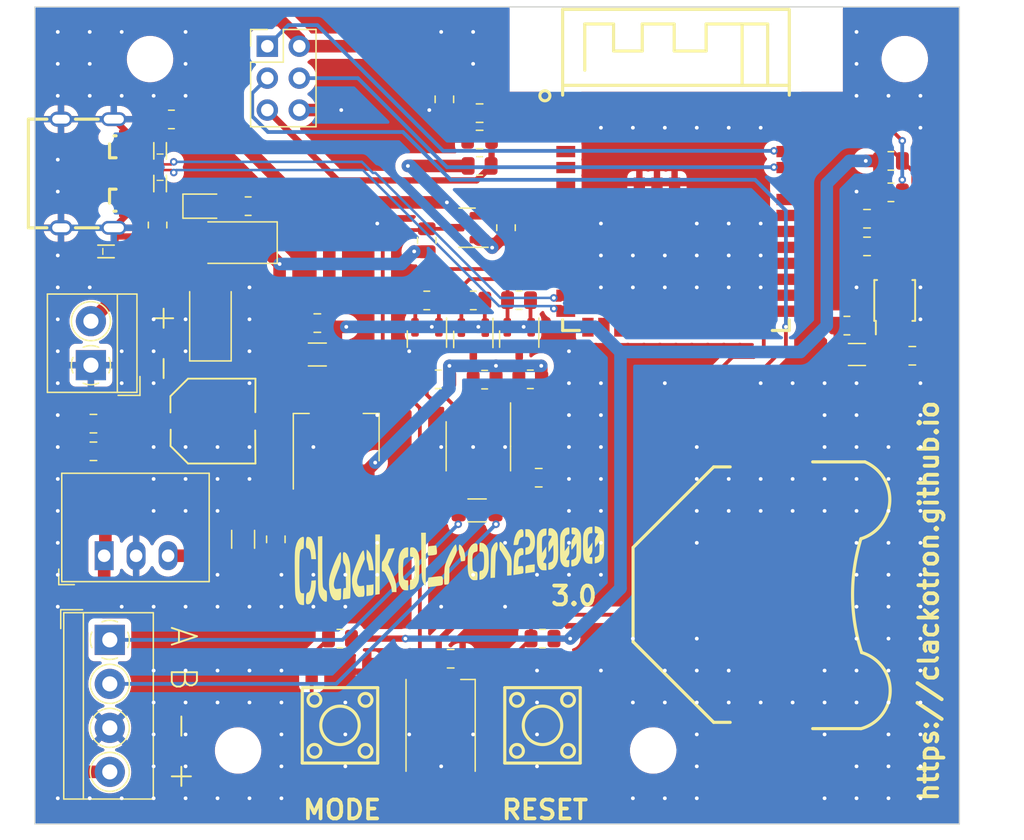
<source format=kicad_pcb>
(kicad_pcb (version 20221018) (generator pcbnew)
  (layers (0 "F.Cu" signal) (31 "B.Cu" signal) (34 "B.Paste" user) (35 "F.Paste" user) (36 "B.SilkS" user "B.Silkscreen") (37 "F.SilkS" user "F.Silkscreen") (38 "B.Mask" user) (39 "F.Mask" user) (44 "Edge.Cuts" user))
  (property "hw_version" "3.0")
  (property "url" "https://clackotron.github.io")
  (net 0 "")
  (net 1 "+5V")
  (net 2 "GND")
  (net 3 "EN")
  (net 4 "+3V3")
  (net 5 "Net-(BT1-+)")
  (net 7 "LED_Data_5V")
  (net 8 "D-")
  (net 9 "Net-(D4-A)")
  (net 10 "D+")
  (net 11 "Net-(USBC1-CC2)")
  (net 12 "SDA")
  (net 13 "DataRX")
  (net 14 "TXD0")
  (net 15 "RXD0")
  (net 16 "DataRX_5V")
  (net 17 "DataEN")
  (net 18 "DataEN_5V")
  (net 19 "Net-(USBC1-CC1)")
  (net 20 "DataTX")
  (net 21 "DataTX_5V")
  (net 22 "LED_Data")
  (net 23 "Button2")
  (net 24 "Button1")
  (net 25 "RS485_A")
  (net 26 "RS485_B")
  (net 27 "+VDC")
  (net 30 "Net-(D6-A)")
  (net 31 "Net-(U1-OSCI)")
  (net 32 "Net-(R1-Pad2)")
  (net 33 "Net-(U1-OSCO)")
  (net 59 "VBUS")
  (net 60 "SCL")
  (footprint "Capacitor_SMD:C_0805_2012Metric" (layer "F.Cu") (at 115.1 101 180)
    (fp_text reference "C9" hide)
    (fp_text value "1uF")
  )
  (footprint "Resistor_SMD:R_0805_2012Metric" (layer "F.Cu") (at 147.9 85.4125 90)
    (fp_text reference "R14" hide)
    (fp_text value "2k2")
  )
  (footprint "LED_SMD:LED_0805_2012Metric" (layer "F.Cu") (at 123.9 83.7)
    (fp_text reference "D6" hide)
    (fp_text value "LED")
  )
  (footprint "clackotron_fp:KEY-SMD_4P-L6.0-W6.0-P4.50-LS9.5-BL" (layer "F.Cu") (at 134.7 125)
    (fp_text reference "SW1" hide)
    (fp_text value "K2-1102SP-C4SC-04")
  )
  (footprint "Resistor_SMD:R_0805_2012Metric" (layer "F.Cu") (at 178.5 80.1)
    (fp_text reference "R4" hide)
    (fp_text value "10k")
  )
  (footprint "Resistor_SMD:R_0805_2012Metric" (layer "F.Cu") (at 146.2 97.5 180)
    (fp_text reference "R16" hide)
    (fp_text value "10k")
  )
  (footprint "Package_SO:TSSOP-8_3x3mm_P0.65mm" (layer "F.Cu") (at 178.8 91.2 90)
    (fp_text reference "U1" hide)
    (fp_text value "PCF85263ATT")
  )
  (footprint "Connector_PinHeader_2.54mm:PinHeader_2x03_P2.54mm_Vertical" (layer "F.Cu") (at 128.925 70.975)
    (fp_text reference "J1" hide)
    (fp_text value "Conn_ESP_Prog")
  )
  (footprint "Resistor_SMD:R_0805_2012Metric" (layer "F.Cu") (at 127.4 83.7 180)
    (fp_text reference "R9" hide)
    (fp_text value "1k1")
  )
  (footprint "Package_TO_SOT_SMD:SOT-23" (layer "F.Cu") (at 144.8 85.4125 180)
    (fp_text reference "Q4" hide)
    (fp_text value "BSN20")
  )
  (footprint "JLCPCB:BAT-SMD_MYOUNG_MY-2032-04" (layer "F.Cu") (at 169 114.6 -90)
    (fp_text reference "BT1" hide)
    (fp_text value "Battery_Cell")
  )
  (footprint "TerminalBlock_4Ucon:TerminalBlock_4Ucon_1x04_P3.50mm_Horizontal" (layer "F.Cu") (at 116.4 118.2 -90)
    (fp_text reference "J3" hide)
    (fp_text value "Output")
  )
  (footprint "Resistor_SMD:R_0805_2012Metric" (layer "F.Cu") (at 134.7 118.1 180)
    (fp_text reference "R7" hide)
    (fp_text value "10k")
  )
  (footprint "clackotron_fp:SOD-523_L1.2-W0.8-LS1.6-BI" (layer "F.Cu") (at 120.4 79.3 -90)
    (fp_text reference "D2" hide)
    (fp_text value "LESD5D5.0CT1G")
  )
  (footprint "Capacitor_SMD:C_0805_2012Metric" (layer "F.Cu") (at 145.8 78.4 180)
    (fp_text reference "C3" hide)
    (fp_text value "100nF")
  )
  (footprint "JLCPCB:CAP-SMD_BD6.3-L6.6-W6.6-LS7.2-FD" (layer "F.Cu") (at 124.6 100.8)
    (fp_text reference "C8" hide)
    (fp_text value "47uF/35V")
  )
  (footprint "Resistor_SMD:R_0805_2012Metric" (layer "F.Cu") (at 175 93.2 180)
    (fp_text reference "R1" hide)
    (fp_text value "10k")
  )
  (footprint "Resistor_SMD:R_0805_2012Metric" (layer "F.Cu") (at 141.6 86.4125 90)
    (fp_text reference "R18" hide)
    (fp_text value "10k")
  )
  (footprint "Resistor_SMD:R_0805_2012Metric" (layer "F.Cu") (at 141.6 91.2 180)
    (fp_text reference "R13" hide)
    (fp_text value "2k2")
  )
  (footprint "Resistor_SMD:R_0805_2012Metric" (layer "F.Cu") (at 145.8 80.5)
    (fp_text reference "R2" hide)
    (fp_text value "10k")
  )
  (footprint "Resistor_SMD:R_0805_2012Metric" (layer "F.Cu") (at 120.2 85.2 90)
    (fp_text reference "R5" hide)
    (fp_text value "5.1k")
  )
  (footprint "Capacitor_SMD:C_0805_2012Metric" (layer "F.Cu") (at 150.5 105.3)
    (fp_text reference "C12" hide)
    (fp_text value "100nF")
  )
  (footprint "Capacitor_SMD:C_0805_2012Metric" (layer "F.Cu") (at 143 75.2 -90)
    (fp_text reference "C5" hide)
    (fp_text value "1uF")
  )
  (footprint "Capacitor_SMD:C_0805_2012Metric" (layer "F.Cu") (at 115.1 103.2 180)
    (fp_text reference "C10" hide)
    (fp_text value "100nF")
  )
  (footprint "Package_TO_SOT_SMD:SOT-223-3_TabPin2" (layer "F.Cu") (at 134.4 102.1 90)
    (fp_text reference "U5" hide)
    (fp_text value "AMS1117-3.3")
  )
  (footprint "Package_SO:SOIC-8_3.9x4.9mm_P1.27mm" (layer "F.Cu") (at 145.7 102.8 -90)
    (fp_text reference "U3" hide)
    (fp_text value "SP3485EN")
  )
  (footprint "Resistor_SMD:R_0805_2012Metric" (layer "F.Cu") (at 150.8 118.1 180)
    (fp_text reference "R10" hide)
    (fp_text value "10k")
  )
  (footprint "Package_TO_SOT_SMD:SOT-23" (layer "F.Cu") (at 148.95 94.275 -90)
    (fp_text reference "Q1" hide)
    (fp_text value "BSN20")
  )
  (footprint "MountingHole:MountingHole_3.2mm_M3" (layer "F.Cu") (at 119.6 72)
    (fp_text reference "REF**" hide)
    (fp_text value "MountingHole_3.2mm_M3")
  )
  (footprint "Resistor_SMD:R_0805_2012Metric" (layer "F.Cu") (at 145.3 91.2 180)
    (fp_text reference "R12" hide)
    (fp_text value "2k2")
  )
  (footprint "Capacitor_SMD:C_0805_2012Metric" (layer "F.Cu") (at 180.2 95.6)
    (fp_text reference "C6" hide)
    (fp_text value "100nF")
  )
  (footprint "clackotron_fp:KEY-SMD_4P-L6.0-W6.0-P4.50-LS9.5-BL" (layer "F.Cu") (at 150.8 125)
    (fp_text reference "SW2" hide)
    (fp_text value "K2-1102SP-C4SC-04")
  )
  (footprint "clackotron_fp:WIRELM-SMD_ESP32-S3-WROOM-1" (layer "F.Cu") (at 161.4 84.4375)
    (fp_text reference "U2" hide)
    (fp_text value "ESP32-S3-WROOM-1(N8R2)")
  )
  (footprint "Resistor_SMD:R_1206_3216Metric" (layer "F.Cu") (at 145.6 107.9)
    (fp_text reference "R8" hide)
    (fp_text value "220R")
  )
  (footprint "Resistor_SMD:R_0805_2012Metric" (layer "F.Cu") (at 148.933 91.175 180)
    (fp_text reference "R11" hide)
    (fp_text value "2k2")
  )
  (footprint "clackotron_fp:SOD-523_L1.2-W0.8-LS1.6-BI" (layer "F.Cu") (at 116.1 87.3 180)
    (fp_text reference "D5" hide)
    (fp_text value "LESD5D5.0CT1G")
  )
  (footprint "Capacitor_SMD:C_0805_2012Metric" (layer "F.Cu") (at 132.9 93 180)
    (fp_text reference "C15" hide)
    (fp_text value "100nF")
  )
  (footprint "Crystal:Crystal_SMD_3215-2Pin_3.2x1.5mm" (layer "F.Cu") (at 175.8 95.5 180)
    (fp_text reference "Y1" hide)
    (fp_text value "Crystal")
  )
  (footprint "Capacitor_SMD:C_0805_2012Metric" (layer "F.Cu") (at 129.6 110.2 90)
    (fp_text reference "C13" hide)
    (fp_text value "100nF")
  )
  (footprint "Resistor_SMD:R_0805_2012Metric" (layer "F.Cu") (at 121.3 76.8)
    (fp_text reference "R6" hide)
    (fp_text value "5.1k")
  )
  (footprint "clackotron_fp:cltname" (layer "F.Cu") (at 143.4 112.2)
    (fp_text reference "G***" hide)
    (fp_text value "LOGO" hide)
  )
  (footprint "MountingHole:MountingHole_3.2mm_M3" (layer "F.Cu") (at 179.6 72)
    (fp_text reference "REF**" hide)
    (fp_text value "MountingHole_3.2mm_M3")
  )
  (footprint "Diode_SMD:D_SMA" (layer "F.Cu") (at 126.2 86.6 180)
    (fp_text reference "D7" hide)
    (fp_text value "1N4007")
  )
  (footprint "LED_SMD:LED_WS2812B_PLCC4_5.0x5.0mm_P3.2mm" (layer "F.Cu") (at 142.7 125 90)
    (fp_text reference "D1" hide)
    (fp_text value "WS2812B")
  )
  (footprint "Converter_DCDC:Converter_DCDC_RECOM_R-78E-0.5_THT" (layer "F.Cu") (at 115.953 111.5075)
    (fp_text reference "U4" hide)
    (fp_text value "R-78B5.0-1.0")
  )
  (footprint "Capacitor_SMD:C_1206_3216Metric" (layer "F.Cu") (at 132.9 95.5 180)
    (fp_text reference "C14" hide)
    (fp_text value "22uF")
  )
  (footprint "MountingHole:MountingHole_3.2mm_M3" (layer "F.Cu") (at 126.6 127)
    (fp_text reference "REF**" hide)
    (fp_text value "MountingHole_3.2mm_M3")
  )
  (footprint "clackotron_fp:SOD-523_L1.2-W0.8-LS1.6-BI" (layer "F.Cu") (at 120.4 81.9 90)
    (fp_text reference "D3" hide)
    (fp_text value "LESD5D5.0CT1G")
  )
  (footprint "Capacitor_SMD:C_0805_2012Metric" (layer "F.Cu") (at 176.6 86.9 180)
    (fp_text reference "C4" hide)
    (fp_text value "100nF")
  )
  (footprint "Package_TO_SOT_SMD:SOT-23" (layer "F.Cu") (at 141.6125 94.275 -90)
    (fp_text reference "Q3" hide)
    (fp_text value "BSN20")
  )
  (footprint "clackotron_fp:USB-C-SMD_TYPE-C-USB-17" (layer "F.Cu") (at 115.15 81.1 -90)
    (fp_text reference "USBC1" hide)
    (fp_text value "USB3.1C16PFSMT")
  )
  (footprint "Resistor_SMD:R_0805_2012Metric" (layer "F.Cu") (at 149.833 97.475 180)
    (fp_text reference "R15" hide)
    (fp_text value "10k")
  )
  (footprint "Resistor_SMD:R_0805_2012Metric" (layer "F.Cu") (at 142.5125 97.475 180)
    (fp_text reference "R17" hide)
    (fp_text value "10k")
  )
  (footprint "Capacitor_SMD:C_0805_2012Metric" (layer "F.Cu") (at 145.8 76.3 180)
    (fp_text reference "C1" hide)
    (fp_text value "100nF")
  )
  (footprint "Capacitor_SMD:C_1206_3216Metric" (layer "F.Cu") (at 127 110.2 90)
    (fp_text reference "C11" hide)
    (fp_text value "22uF")
  )
  (footprint "MountingHole:MountingHole_3.2mm_M3" (layer "F.Cu") (at 159.6 127)
    (fp_text reference "REF**" hide)
    (fp_text value "MountingHole_3.2mm_M3")
  )
  (footprint "TerminalBlock_4Ucon:TerminalBlock_4Ucon_1x02_P3.50mm_Horizontal" (layer "F.Cu") (at 114.9 96.35 90)
    (fp_text reference "J2" hide)
    (fp_text value "Power")
  )
  (footprint "Capacitor_SMD:C_0805_2012Metric" (layer "F.Cu") (at 143.5 119.7)
    (fp_text reference "C7" hide)
    (fp_text value "100nF")
  )
  (footprint "Diode_SMD:D_SMA" (layer "F.Cu") (at 124.4 92.5 90)
    (fp_text reference "D4" hide)
    (fp_text value "1N4007")
  )
  (footprint "Package_TO_SOT_SMD:SOT-23" (layer "F.Cu") (at 145.3 94.3 -90)
    (fp_text reference "Q2" hide)
    (fp_text value "BSN20")
  )
  (footprint "Capacitor_SMD:C_0805_2012Metric" (layer "F.Cu") (at 176.6 84.7 180)
    (fp_text reference "C2" hide)
    (fp_text value "1uF")
  )
  (footprint "Resistor_SMD:R_0805_2012Metric" (layer "F.Cu") (at 178.5 82.6)
    (fp_text reference "R3" hide)
    (fp_text value "10k")
  )
  (gr_rect (start 110.444495 67.85) (end 183.944495 132.85) (stroke (width 0.1)) (fill none) (layer "Edge.Cuts"))
  (gr_text "${url}" (at 181.5 115.1 90) (layer "F.SilkS") (effects (font (size 1.5 1.5) (thickness 0.3))))
  (gr_text "A B - +" (at 122.245 123.675 -90) (layer "F.SilkS") (effects (font (size 2 2))))
  (gr_text "MODE" (at 131.6 132.6) (layer "F.SilkS") (effects (font (size 1.5 1.5) (thickness 0.3) bold) (justify left bottom)))
  (gr_text "${hw_version}" (at 153.3 114.7) (layer "F.SilkS") (effects (font (size 1.5 1.5) (thickness 0.3))))
  (gr_text "- +" (at 120.523 94.615 90) (layer "F.SilkS") (effects (font (size 2 2))))
  (gr_text "RESET" (at 147.4 132.6) (layer "F.SilkS") (effects (font (size 1.5 1.5) (thickness 0.3) bold) (justify left bottom)))
  (segment (start 143.4 96.4) (end 143.4 97.45) (width 1) (layer "F.Cu") (net 1))
  (segment (start 136.7 105.25) (end 136.7 104.9) (width 1) (layer "F.Cu") (net 1))
  (segment (start 129.6 111.15) (end 132.8 111.15) (width 1) (layer "F.Cu") (net 1))
  (segment (start 147.1 96.4) (end 147.1 97.4875) (width 1) (layer "F.Cu") (net 1))
  (segment (start 126.8325 111.5075) (end 127 111.675) (width 1) (layer "F.Cu") (net 1))
  (segment (start 129.9 88.3) (end 129.9 106.5) (width 1) (layer "F.Cu") (net 1))
  (segment (start 129.9 106.5) (end 133.675 110.275) (width 1) (layer "F.Cu") (net 1))
  (segment (start 129.075 111.675) (end 129.6 111.15) (width 1) (layer "F.Cu") (net 1))
  (segment (start 149.55 111.25) (end 149.55 105.3) (width 0.5) (layer "F.Cu") (net 1))
  (segment (start 136.7 104.9) (end 137.5 104.1) (width 1) (layer "F.Cu") (net 1))
  (segment (start 149.7 100.4) (end 150.8 99.3) (width 0.5) (layer "F.Cu") (net 1))
  (segment (start 133.675 110.275) (end 136.7 107.25) (width 1) (layer "F.Cu") (net 1))
  (segment (start 142.55 125.95) (end 142.55 119.7) (width 0.3) (layer "F.Cu") (net 1))
  (segment (start 150.8 97.5295) (end 150.7455 97.475) (width 0.5) (layer "F.Cu") (net 1))
  (segment (start 149.55 105.3) (end 149.7 105.15) (width 0.5) (layer "F.Cu") (net 1))
  (segment (start 136.7 107.25) (end 136.7 105.25) (width 1) (layer "F.Cu") (net 1))
  (segment (start 132.8 111.15) (end 133.675 110.275) (width 1) (layer "F.Cu") (net 1))
  (segment (start 127 111.675) (end 129.075 111.675) (width 1) (layer "F.Cu") (net 1))
  (segment (start 128.2 86.6) (end 128.2 83.8125) (width 1) (layer "F.Cu") (net 1))
  (segment (start 121.033 111.5075) (end 126.8325 111.5075) (width 1) (layer "F.Cu") (net 1))
  (segment (start 150.8 99.3) (end 150.8 97.5295) (width 0.5) (layer "F.Cu") (net 1))
  (segment (start 141.05 127.45) (end 142.55 125.95) (width 0.3) (layer "F.Cu") (net 1))
  (segment (start 147.1 97.4875) (end 147.1125 97.5) (width 1) (layer "F.Cu") (net 1))
  (segment (start 128.2 83.8125) (end 128.3125 83.7) (width 1) (layer "F.Cu") (net 1))
  (segment (start 150.7 96.4) (end 150.7 97.4295) (width 1) (layer "F.Cu") (net 1))
  (segment (start 149.7 105.15) (end 149.7 100.4) (width 0.5) (layer "F.Cu") (net 1))
  (segment (start 142.55 118.25) (end 149.55 111.25) (width 0.5) (layer "F.Cu") (net 1))
  (segment (start 143.4 97.45) (end 143.425 97.475) (width 1) (layer "F.Cu") (net 1))
  (segment (start 141.6 87.325) (end 140.625 87.325) (width 1) (layer "F.Cu") (net 1))
  (segment (start 150.7 97.4295) (end 150.7455 97.475) (width 1) (layer "F.Cu") (net 1))
  (segment (start 149.525 105.275) (end 149.55 105.3) (width 0.5) (layer "F.Cu") (net 1))
  (segment (start 142.55 119.7) (end 142.55 118.25) (width 0.5) (layer "F.Cu") (net 1))
  (segment (start 128.2 86.6) (end 129.9 88.3) (width 1) (layer "F.Cu") (net 1))
  (segment (start 147.605 105.275) (end 149.525 105.275) (width 0.5) (layer "F.Cu") (net 1))
  (segment (start 140.625 87.325) (end 140.6 87.3) (width 1) (layer "F.Cu") (net 1))
  (via (at 129.9 88.3) (size 0.6) (drill 0.3) (layers "F.Cu" "B.Cu") (net 1))
  (via (at 140.6 87.3) (size 0.6) (drill 0.3) (layers "F.Cu" "B.Cu") (net 1))
  (via (at 147.1 96.4) (size 0.6) (drill 0.3) (layers "F.Cu" "B.Cu") (net 1))
  (via (at 137.5 104.1) (size 0.6) (drill 0.3) (layers "F.Cu" "B.Cu") (net 1))
  (via (at 150.7 96.4) (size 0.6) (drill 0.3) (layers "F.Cu" "B.Cu") (net 1))
  (via (at 143.4 96.4) (size 0.6) (drill 0.3) (layers "F.Cu" "B.Cu") (net 1))
  (segment (start 140.6 87.3) (end 139.6 88.3) (width 1) (layer "B.Cu") (net 1))
  (segment (start 143.4 96.4) (end 147.1 96.4) (width 1) (layer "B.Cu") (net 1))
  (segment (start 147.1 96.4) (end 150.7 96.4) (width 1) (layer "B.Cu") (net 1))
  (segment (start 137.5 104.1) (end 143.4 98.2) (width 1) (layer "B.Cu") (net 1))
  (segment (start 143.4 98.2) (end 143.4 96.4) (width 1) (layer "B.Cu") (net 1))
  (segment (start 139.6 88.3) (end 129.9 88.3) (width 1) (layer "B.Cu") (net 1))
  (segment (start 136.95 120.73) (end 136.95 129.27) (width 0.3) (layer "F.Cu") (net 2))
  (segment (start 131.465 76.055) (end 142.905 76.055) (width 1) (layer "F.Cu") (net 2))
  (segment (start 144.7 76.15) (end 144.85 76.3) (width 1) (layer "F.Cu") (net 2))
  (segment (start 143 76.15) (end 144.7 76.15) (width 1) (layer "F.Cu") (net 2))
  (segment (start 116.85 86.2) (end 116.85 85.55) (width 0.5) (layer "F.Cu") (net 2))
  (segment (start 144.85 76.3) (end 144.85 78.4) (width 1) (layer "F.Cu") (net 2))
  (segment (start 152.65 75.5475) (end 155.5 75.5475) (width 1) (layer "F.Cu") (net 2))
  (segment (start 117.78 77.84) (end 116.72 76.78) (width 0.5) (layer "F.Cu") (net 2))
  (segment (start 144.45 119.7) (end 144.45 122.45) (width 0.3) (layer "F.Cu") (net 2))
  (segment (start 153.05 129.27) (end 153.05 120.73) (width 0.3) (layer "F.Cu") (net 2))
  (segment (start 120.2 86.1125) (end 116.9375 86.1125) (width 0.5) (layer "F.Cu") (net 2))
  (segment (start 168.2 75.5475) (end 170.15 75.5475) (width 1) (layer "F.Cu") (net 2))
  (segment (start 155.5 75.5475) (end 168.2 75.5475) (width 1) (layer "F.Cu") (net 2))
  (segment (start 117.78 84.3) (end 117.78 84.36) (width 0.5) (layer "F.Cu") (net 2))
  (segment (start 116.85 85.55) (end 116.72 85.42) (width 0.5) (layer "F.Cu") (net 2))
  (segment (start 116.9375 86.1125) (end 116.85 86.2) (width 0.5) (layer "F.Cu") (net 2))
  (segment (start 142.905 76.055) (end 143 76.15) (width 1) (layer "F.Cu") (net 2))
  (segment (start 112.52 76.78) (end 116.72 76.78) (width 0.5) (layer "F.Cu") (net 2))
  (segment (start 116.85 87.3) (end 116.85 86.2) (width 0.5) (layer "F.Cu") (net 2))
  (segment (start 144.45 122.45) (end 144.35 122.55) (width 0.3) (layer "F.Cu") (net 2))
  (segment (start 117.78 84.36) (end 116.72 85.42) (width 0.5) (layer "F.Cu") (net 2))
  (segment (start 117.78 77.9) (end 117.78 77.84) (width 0.5) (layer "F.Cu") (net 2))
  (via (at 163.065 118.1) (size 0.6) (drill 0.3) (layers "F.Cu" "B.Cu") (net 2))
  (via (at 117.345 69.84) (size 0.6) (drill 0.3) (layers "F.Cu" "B.Cu") (net 2))
  (via (at 175.765 118.1) (size 0.6) (drill 0.3) (layers "F.Cu" "B.Cu") (net 2))
  (via (at 130.045 120.64) (size 0.6) (drill 0.3) (layers "F.Cu" "B.Cu") (net 2))
  (via (at 114.805 90.16) (size 0.6) (drill 0.3) (layers "F.Cu" "B.Cu") (net 2))
  (via (at 168.145 123.18) (size 0.6) (drill 0.3) (layers "F.Cu" "B.Cu") (net 2))
  (via (at 150.365 120.64) (size 0.6) (drill 0.3) (layers "F.Cu" "B.Cu") (net 2))
  (via (at 122.425 105.4) (size 0.6) (drill 0.3) (layers "F.Cu" "B.Cu") (net 2))
  (via (at 130.045 125.72) (size 0.6) (drill 0.3) (layers "F.Cu" "B.Cu") (net 2))
  (via (at 112.265 87.62) (size 0.6) (drill 0.3) (layers "F.Cu" "B.Cu") (net 2))
  (via (at 124.965 115.56) (size 0.6) (drill 0.3) (layers "F.Cu" "B.Cu") (net 2))
  (via (at 122.425 74.92) (size 0.6) (drill 0.3) (layers "F.Cu" "B.Cu") (net 2))
  (via (at 135.125 128.26) (size 0.6) (drill 0.3) (layers "F.Cu" "B.Cu") (net 2))
  (via (at 150.365 128.26) (size 0.6) (drill 0.3) (layers "F.Cu" "B.Cu") (net 2))
  (via (at 124.965 113.02) (size 0.6) (drill 0.3) (layers "F.Cu" "B.Cu") (net 2))
  (via (at 124.965 105.4) (size 0.6) (drill 0.3) (layers "F.Cu" "B.Cu") (net 2))
  (via (at 145.285 125.72) (size 0.6) (drill 0.3) (layers "F.Cu" "B.Cu") (net 2))
  (via (at 119.885 128.26) (size 0.6) (drill 0.3) (layers "F.Cu" "B.Cu") (net 2))
  (via (at 180.845 74.92) (size 0.6) (drill 0.3) (layers "F.Cu" "B.Cu") (net 2))
  (via (at 150.365 125.72) (size 0.6) (drill 0.3) (layers "F.Cu" "B.Cu") (net 2))
  (via (at 173.225 100.32) (size 0.6) (drill 0.3) (layers "F.Cu" "B.Cu") (net 2))
  (via (at 112.265 74.92) (size 0.6) (drill 0.3) (layers "F.Cu" "B.Cu") (net 2))
  (via (at 155.445 120.64) (size 0.6) (drill 0.3) (layers "F.Cu" "B.Cu") (net 2))
  (via (at 157.985 90.16) (size 0.6) (drill 0.3) (layers "F.Cu" "B.Cu") (net 2))
  (via (at 163.065 120.64) (size 0.6) (drill 0.3) (layers "F.Cu" "B.Cu") (net 2))
  (via (at 132.585 102.86) (size 0.6) (drill 0.3) (layers "F.Cu" "B.Cu") (net 2))
  (via (at 130.045 130.8) (size 0.6) (drill 0.3) (layers "F.Cu" "B.Cu") (net 2))
  (via (at 175.765 82.54) (size 0.6) (drill 0.3) (layers "F.Cu" "B.Cu") (net 2))
  (via (at 145.285 69.84) (size 0.6) (drill 0.3) (layers "F.Cu" "B.Cu") (net 2))
  (via (at 163.065 128.26) (size 0.6) (drill 0.3) (layers "F.Cu" "B.Cu") (net 2))
  (via (at 117.345 74.92) (size 0.6) (drill 0.3) (layers "F.Cu" "B.Cu") (net 2))
  (via (at 165.605 87.62) (size 0.6) (drill 0.3) (layers "F.Cu" "B.Cu") (net 2))
  (via (at 155.445 113.02) (size 0.6) (drill 0.3) (layers "F.Cu" "B.Cu") (net 2))
  (via (at 157.985 123.18) (size 0.6) (drill 0.3) (layers "F.Cu" "B.Cu") (net 2))
  (via (at 175.765 120.64) (size 0.6) (drill 0.3) (layers "F.Cu" "B.Cu") (net 2))
  (via (at 112.265 80) (size 0.6) (drill 0.3) (layers "F.Cu" "B.Cu") (net 2))
  (via (at 163.065 125.72) (size 0.6) (drill 0.3) (layers "F.Cu" "B.Cu") (net 2))
  (via (at 127.505 102.86) (size 0.6) (drill 0.3) (layers "F.Cu" "B.Cu") (net 2))
  (via (at 178.305 130.8) (size 0.6) (drill 0.3) (layers "F.Cu" "B.Cu") (net 2))
  (via (at 145.285 72.38) (size 0.6) (drill 0.3) (layers "F.Cu" "B.Cu") (net 2))
  (via (at 180.845 92.7) (size 0.6) (drill 0.3) (layers "F.Cu" "B.Cu") (net 2))
  (via (at 122.425 69.84) (size 0.6) (drill 0.3) (layers "F.Cu" "B.Cu") (net 2))
  (via (at 168.145 90.16) (size 0.6) (drill 0.3) (layers "F.Cu" "B.Cu") (net 2))
  (via (at 122.425 115.56) (size 0.6) (drill 0.3) (layers "F.Cu" "B.Cu") (net 2))
  (via (at 119.885 92.7) (size 0.6) (drill 0.3) (layers "F.Cu" "B.Cu") (net 2))
  (via (at 152.905 97.78) (size 0.6) (drill 0.3) (layers "F.Cu" "B.Cu") (net 2))
  (via (at 112.265 110.48) (size 0.6) (drill 0.3) (layers "F.Cu" "B.Cu") (net 2))
  (via (at 168.145 107.94) (size 0.6) (drill 0.3) (layers "F.Cu" "B.Cu") (net 2))
  (via (at 178.305 113.02) (size 0.6) (drill 0.3) (layers "F.Cu" "B.Cu") (net 2))
  (via (at 178.305 115.56) (size 0.6) (drill 0.3) (layers "F.Cu" "B.Cu") (net 2))
  (via (at 178.305 102.86) (size 0.6) (drill 0.3) (layers "F.Cu" "B.Cu") (net 2))
  (via (at 127.505 90.16) (size 0.6) (drill 0.3) (layers "F.Cu" "B.Cu") (net 2))
  (via (at 175.765 102.86) (size 0.6) (drill 0.3) (layers "F.Cu" "B.Cu") (net 2))
  (via (at 137.665 110.48) (size 0.6) (drill 0.3) (layers "F.Cu" "B.Cu") (net 2))
  (via (at 178.305 125.72) (size 0.6) (drill 0.3) (layers "F.Cu" "B.Cu") (net 2))
  (via (at 122.425 128.26) (size 0.6) (drill 0.3) (layers "F.Cu" "B.Cu") (net 2))
  (via (at 175.765 123.18) (size 0.6) (drill 0.3) (layers "F.Cu" "B.Cu") (net 2))
  (via (at 173.225 130.8) (size 0.6) (drill 0.3) (layers "F.Cu" "B.Cu") (net 2))
  (via (at 155.445 87.62) (size 0.6) (drill 0.3) (layers "F.Cu" "B.Cu") (net 2))
  (via (at 137.665 100.32) (size 0.6) (drill 0.3) (layers "F.Cu" "B.Cu") (net 2))
  (via (at 170.685 105.4) (size 0.6) (drill 0.3) (layers "F.Cu" "B.Cu") (net 2))
  (via (at 132.585 113.02) (size 0.6) (drill 0.3) (layers "F.Cu" "B.Cu") (net 2))
  (via (at 122.425 102.86) (size 0.6) (drill 0.3) (layers "F.Cu" "B.Cu") (net 2))
  (via (at 112.265 102.86) (size 0.6) (drill 0.3) (layers "F.Cu" "B.Cu") (net 2))
  (via (at 163.065 77.46) (size 0.6) (drill 0.3) (layers "F.Cu" "B.Cu") (net 2))
  (via (at 165.605 123.18) (size 0.6) (drill 0.3) (layers "F.Cu" "B.Cu") (net 2))
  (via (at 175.765 90.16) (size 0.6) (drill 0.3) (layers "F.Cu" "B.Cu") (net 2))
  (via (at 163.065 85.08) (size 0.6) (drill 0.3) (layers "F.Cu" "B.Cu") (net 2))
  (via (at 119.885 97.78) (size 0.6) (drill 0.3) (layers "F.Cu" "B.Cu") (net 2))
  (via (at 152.905 107.94) (size 0.6) (drill 0.3) (layers "F.Cu" "B.Cu") (net 2))
  (via (at 163.065 110.48) (size 0.6) (drill 0.3) (layers "F.Cu" "B.Cu") (net 2))
  (via (at 157.985 77.46) (size 0.6) (drill 0.3) (layers "F.Cu" "B.Cu") (net 2))
  (via (at 170.685 107.94) (size 0.6) (drill 0.3) (layers "F.Cu" "B.Cu") (net 2))
  (via (at 152.905 113.02) (size 0.6) (drill 0.3) (layers "F.Cu" "B.Cu") (net 2))
  (via (at 130.045 123.18) (size 0.6) (drill 0.3) (layers "F.Cu" "B.Cu") (net 2))
  (via (at 180.845 90.16) (size 0.6) (drill 0.3) (layers "F.Cu" "B.Cu") (net 2))
  (via (at 112.265 92.7) (size 0.6) (drill 0.3) (layers "F.Cu" "B.Cu") (net 2))
  (via (at 160.525 120.64) (size 0.6) (drill 0.3) (layers "F.Cu" "B.Cu") (net 2))
  (via (at 145.285 102.86) (size 0.6) (drill 0.3) (layers "F.Cu" "B.Cu") (net 2))
  (via (at 124.965 107.94) (size 0.6) (drill 0.3) (layers "F.Cu" "B.Cu") (net 2))
  (via (at 170.685 123.18) (size 0.6) (drill 0.3) (layers "F.Cu" "B.Cu") (net 2))
  (via (at 119.885 107.94) (size 0.6) (drill 0.3) (layers "F.Cu" "B.Cu") (net 2))
  (via (at 142.745 69.84) (size 0.6) (drill 0.3) (layers "F.Cu" "B.Cu") (net 2))
  (via (at 155.445 105.4) (size 0.6) (drill 0.3) (layers "F.Cu" "B.Cu") (net 2))
  (via (at 112.265 97.78) (size 0.6) (drill 0.3) (layers "F.Cu" "B.Cu") (net 2))
  (via (at 155.445 90.16) (size 0.6) (drill 0.3) (layers "F.Cu" "B.Cu") (net 2))
  (via (at 155.445 77.46) (size 0.6) (drill 0.3) (layers "F.Cu" "B.Cu") (net 2))
  (via (at 168.145 87.62) (size 0.6) (drill 0.3) (layers "F.Cu" "B.Cu") (net 2))
  (via (at 147.825 110.48) (size 0.6) (drill 0.3) (layers "F.Cu" "B.Cu") (net 2))
  (via (at 163.065 90.16) (size 0.6) (drill 0.3) (layers "F.Cu" "B.Cu") (net 2))
  (via (at 117.345 115.56) (size 0.6) (drill 0.3) (layers "F.Cu" "B.Cu") (net 2))
  (via (at 124.965 102.86) (size 0.6) (drill 0.3) (layers "F.Cu" "B.Cu") (net 2))
  (via (at 163.065 107.94) (size 0.6) (drill 0.3) (layers "F.Cu" "B.Cu") (net 2))
  (via (at 112.265 82.54) (size 0.6) (drill 0.3) (layers "F.Cu" "B.Cu") (net 2))
  (via (at 127.505 97.78) (size 0.6) (drill 0.3) (layers "F.Cu" "B.Cu") (net 2))
  (via (at 142.745 115.56) (size 0.6) (drill 0.3) (layers "F.Cu" "B.Cu") (net 2))
  (via (at 175.765 105.4) (size 0.6) (drill 0.3) (layers "F.Cu" "B.Cu") (net 2))
  (via (at 180.845 113.02) (size 0.6) (drill 0.3) (layers "F.Cu" "B.Cu") (net 2))
  (via (at 137.665 113.02) (size 0.6) (drill 0.3) (layers "F.Cu" "B.Cu") (net 2))
  (via (at 175.765 97.78) (size 0.6) (drill 0.3) (layers "F.Cu" "B.Cu") (net 2))
  (via (at 173.225 125.72) (size 0.6) (drill 0.3) (layers "F.Cu" "B.Cu") (net 2))
  (via (at 117.345 97.78) (size 0.6) (drill 0.3) (layers "F.Cu" "B.Cu") (net 2))
  (via (at 127.505 105.4) (size 0.6) (drill 0.3) (layers "F.Cu" "B.Cu") (net 2))
  (via (at 122.425 92.7) (size 0.6) (drill 0.3) (layers "F.Cu" "B.Cu") (net 2))
  (via (at 155.445 100.32) (size 0.6) (drill 0.3) (layers "F.Cu" "B.Cu") (net 2))
  (via (at 135.125 113.02) (size 0.6) (drill 0.3) (layers "F.Cu" "B.Cu") (net 2))
  (via (at 180.845 102.86) (size 0.6) (drill 0.3) (layers "F.Cu" "B.Cu") (net 2))
  (via (at 145.285 113.02) (size 0.6) (drill 0.3) (layers "F.Cu" "B.Cu") (net 2))
  (via (at 117.345 130.8) (size 0.6) (drill 0.3) (layers "F.Cu" "B.Cu") (net 2))
  (via (at 165.605 120.64) (size 0.6) (drill 0.3) (layers "F.Cu" "B.Cu") (net 2))
  (via (at 175.765 107.94) (size 0.6) (drill 0.3) (layers "F.Cu" "B.Cu") (net 2))
  (via (at 180.845 105.4) (size 0.6) (drill 0.3) (layers "F.Cu" "B.Cu") (net 2))
  (via (at 142.745 102.86) (size 0.6) (drill 0.3) (layers "F.Cu" "B.Cu") (net 2))
  (via (at 160.525 97.78) (size 0.6) (drill 0.3) (layers "F.Cu" "B.Cu") (net 2))
  (via (at 127.505 92.7) (size 0.6) (drill 0.3) (layers "F.Cu" "B.Cu") (net 2))
  (via (at 157.985 130.8) (size 0.6) (drill 0.3) (layers "F.Cu" "B.Cu") (net 2))
  (via (at 165.605 77.46) (size 0.6) (drill 0.3) (layers "F.Cu" "B.Cu") (net 2))
  (via (at 150.365 123.18) (size 0.6) (drill 0.3) (layers "F.Cu" "B.Cu") (net 2))
  (via (at 160.525 90.16) (size 0.6) (drill 0.3) (layers "F.Cu" "B.Cu") (net 2))
  (via (at 119.885 95.24) (size 0.6) (drill 0.3) (layers "F.Cu" "B.Cu") (net 2))
  (via (at 130.045 113.02) (size 0.6) (drill 0.3) (layers "F.Cu" "B.Cu") (net 2))
  (via (at 122.425 95.24) (size 0.6) (drill 0.3) (layers "F.Cu" "B.Cu") (net 2))
  (via (at 152.905 105.4) (size 0.6) (drill 0.3) (layers "F.Cu" "B.Cu") (net 2))
  (via (at 160.525 123.18) (size 0.6) (drill 0.3) (layers "F.Cu" "B.Cu") (net 2))
  (via (at 180.845 107.94) (size 0.6) (drill 0.3) (layers "F.Cu" "B.Cu") (net 2))
  (via (at 157.985 118.1) (size 0.6) (drill 0.3) (layers "F.Cu" "B.Cu") (net 2))
  (via (at 134.8 76.055) (size 0.6) (drill 0.3) (layers "F.Cu" "B.Cu") (net 2))
  (via (at 112.265 115.56) (size 0.6) (drill 0.3) (layers "F.Cu" "B.Cu") (net 2))
  (via (at 119.885 130.8) (size 0.6) (drill 0.3) (layers "F.Cu" "B.Cu") (net 2))
  (via (at 127.505 95.24) (size 0.6) (drill 0.3) (layers "F.Cu" "B.Cu") (net 2))
  (via (at 178.305 120.64) (size 0.6) (drill 0.3) (layers "F.Cu" "B.Cu") (net 2))
  (via (at 175.765 110.48) (size 0.6) (drill 0.3) (layers "F.Cu" "B.Cu") (net 2))
  (via (at 127.505 130.8) (size 0.6) (drill 0.3) (layers "F.Cu" "B.Cu") (net 2))
  (via (at 175.765 74.92) (size 0.6) (drill 0.3) (layers "F.Cu" "B.Cu") (net 2))
  (via (at 135.125 125.72) (size 0.6) (drill 0.3) (layers "F.Cu" "B.Cu") (net 2))
  (via (at 163.065 130.8) (size 0.6) (drill 0.3) (layers "F.Cu" "B.Cu") (net 2))
  (via (at 175.765 113.02) (size 0.6) (drill 0.3) (layers "F.Cu" "B.Cu") (net 2))
  (via (at 173.225 123.18) (size 0.6) (drill 0.3) (layers "F.Cu" "B.Cu") (net 2))
  (via (at 180.845 100.32) (size 0.6) (drill 0.3) (layers "F.Cu" "B.Cu") (net 2))
  (via (at 160.525 130.8) (size 0.6) (drill 0.3) (layers "F.Cu" "B.Cu") (net 2))
  (via (at 157.985 87.62) (size 0.6) (drill 0.3) (layers "F.Cu" "B.Cu") (net 2))
  (via (at 178.305 123.18) (size 0.6) (drill 0.3) (layers "F.Cu" "B.Cu") (net 2))
  (via (at 112.265 107.94) (size 0.6) (drill 0.3) (layers "F.Cu" "B.Cu") (net 2))
  (via (at 180.845 125.72) (size 0.6) (drill 0.3) (layers "F.Cu" "B.Cu") (net 2))
  (via (at 168.145 85.08) (size 0.6) (drill 0.3) (layers "F.Cu" "B.Cu") (net 2))
  (via (at 152.905 102.86) (size 0.6) (drill 0.3) (layers "F.Cu" "B.Cu") (net 2))
  (via (at 147.825 102.86) (size 0.6) (drill 0.3) (layers "F.Cu" "B.Cu") (net 2))
  (via (at 155.445 97.78) (size 0.6) (drill 0.3) (layers "F.Cu" "B.Cu") (net 2))
  (via (at 119.885 102.86) (size 0.6) (drill 0.3) (layers "F.Cu" "B.Cu") (net 2))
  (via (at 140.205 95.24) (size 0.6) (drill 0.3) (layers "F.Cu" "B.Cu") (net 2))
  (via (at 178.305 128.26) (size 0.6) (drill 0.3) (layers "F.Cu" "B.Cu") (net 2))
  (via (at 178.305 118.1) (size 0.6) (drill 0.3) (layers "F.Cu" "B.Cu") (net 2))
  (via (at 112.265 105.4) (size 0.6) (drill 0.3) (layers "F.Cu" "B.Cu") (net 2))
  (via (at 147.825 115.56) (size 0.6) (drill 0.3) (layers "F.Cu" "B.Cu") (net 2))
  (via (at 132.585 115.56) (size 0.6) (drill 0.3) (layers "F.Cu" "B.Cu") (net 2))
  (via (at 152.905 110.48) (size 0.6) (drill 0.3) (layers "F.Cu" "B.Cu") (net 2))
  (via (at 119.885 105.4) (size 0.6) (drill 0.3) (layers "F.Cu" "B.Cu") (net 2))
  (via (at 163.065 102.86) (size 0.6) (drill 0.3) (layers "F.Cu" "B.Cu") (net 2))
  (via (at 119.885 125.72) (size 0.6) (drill 0.3) (layers "F.Cu" "B.Cu") (net 2))
  (via (at 141.8 76.055) (size 0.6) (drill 0.3) (layers "F.Cu" "B.Cu") (net 2))
  (via (at 135.125 115.56) (size 0.6) (drill 0.3) (layers "F.Cu" "B.Cu") (net 2))
  (via (at 155.445 85.08) (size 0.6) (drill 0.3) (layers "F.Cu" "B.Cu") (net 2))
  (via (at 180.845 120.64) (size 0.6) (drill 0.3) (layers "F.Cu" "B.Cu") (net 2))
  (via (at 112.265 130.8) (size 0.6) (drill 0.3) (layers "F.Cu" "B.Cu") (net 2))
  (via (at 175.765 69.84) (size 0.6) (drill 0.3) (layers "F.Cu" "B.Cu") (net 2))
  (via (at 112.265 72.38) (size 0.6) (drill 0.3) (layers "F.Cu" "B.Cu") (net 2))
  (via (at 114.805 72.38) (size 0.6) (drill 0.3) (layers "F.Cu" "B.Cu") (net 2))
  (via (at 117.345 95.24) (size 0.6) (drill 0.3) (layers "F.Cu" "B.Cu") (net 2))
  (via (at 180.845 110.48) (size 0.6) (drill 0.3) (layers "F.Cu" "B.Cu") (net 2))
  (via (at 122.425 125.72) (size 0.6) (drill 0.3) (layers "F.Cu" "B.Cu") (net 2))
  (via (at 180.845 77.46) (size 0.6) (drill 0.3) (layers "F.Cu" "B.Cu") (net 2))
  (via (at 175.765 130.8) (size 0.6) (drill 0.3) (layers "F.Cu" "B.Cu") (net 2))
  (via (at 180.845 123.18) (size 0.6) (drill 0.3) (layers "F.Cu" "B.Cu") (net 2))
  (via (at 150.365 113.02) (size 0.6) (drill 0.3) (layers "F.Cu" "B.Cu") (net 2))
  (via (at 112.265 95.24) (size 0.6) (drill 0.3) (layers "F.Cu" "B.Cu") (net 2))
  (via (at 180.845 128.26) (size 0.6) (drill 0.3) (layers "F.Cu" "B.Cu") (net 2))
  (via (at 119.885 120.64) (size 0.6) (drill 0.3) (layers "F.Cu" "B.Cu") (net 2))
  (via (at 122.425 130.8) (size 0.6) (drill 0.3) (layers "F.Cu" "B.Cu") (net 2))
  (via (at 119.885 123.18) (size 0.6) (drill 0.3) (layers "F.Cu" "B.Cu") (net 2))
  (via (at 152.905 95.24) (size 0.6) (drill 0.3) (layers "F.Cu" "B.Cu") (net 2))
  (via (at 163.065 123.18) (size 0.6) (drill 0.3) (layers "F.Cu" "B.Cu") (net 2))
  (via (at 112.265 69.84) (size 0.6) (drill 0.3) (layers "F.Cu" "B.Cu") (net 2))
  (via (at 170.685 97.78) (size 0.6) (drill 0.3) (layers "F.Cu" "B.Cu") (net 2))
  (via (at 178.305 105.4) (size 0.6) (drill 0.3) (layers "F.Cu" "B.Cu") (net 2))
  (via (at 114.805 69.84) (size 0.6) (drill 0.3) (layers "F.Cu" "B.Cu") (net 2))
  (via (at 152.905 100.32) (size 0.6) (drill 0.3) (layers "F.Cu" "B.Cu") (net 2))
  (via (at 124.965 130.8) (size 0.6) (drill 0.3) (layers "F.Cu" "B.Cu") (net 2))
  (via (at 114.805 74.92) (size 0.6) (drill 0.3) (layers "F.Cu" "B.Cu") (net 2))
  (via (at 175.765 128.26) (size 0.6) (drill 0.3) (layers "F.Cu" "B.Cu") (net 2))
  (via (at 180.845 97.78) (size 0.6) (drill 0.3) (layers "F.Cu" "B.Cu") (net 2))
  (via (at 168.145 97.78) (size 0.6) (drill 0.3) (layers "F.Cu" "B.Cu") (net 2))
  (via (at 127.505 123.18) (size 0.6) (drill 0.3) (layers "F.Cu" "B.Cu") (net 2))
  (via (at 168.145 105.4) (size 0.6) (drill 0.3) (layers "F.Cu" "B.Cu") (net 2))
  (via (at 173.225 97.78) (size 0.6) (drill 0.3) (layers "F.Cu" "B.Cu") (net 2))
  (via (at 173.225 120.64) (size 0.6) (drill 0.3) (layers "F.Cu" "B.Cu") (net 2))
  (via (at 165.605 90.16) (size 0.6) (drill 0.3) (layers "F.Cu" "B.Cu") (net 2))
  (via (at 124.965 120.64) (size 0.6) (drill 0.3) (layers "F.Cu" "B.Cu") (net 2))
  (via (at 122.425 123.18) (size 0.6) (drill 0.3) (layers "F.Cu" "B.Cu") (net 2))
  (via (at 173.225 107.94) (size 0.6) (drill 0.3) (layers "F.Cu" "B.Cu") (net 2))
  (via (at 180.845 115.56) (size 0.6) (drill 0.3) (layers "F.Cu" "B.Cu") (net 2))
  (via (at 112.265 100.32) (size 0.6) (drill 0.3) (layers "F.Cu" "B.Cu") (net 2))
  (via (at 137.665 85.08) (size 0.6) (drill 0.3) (layers "F.Cu" "B.Cu") (net 2))
  (via (at 160.525 77.46) (size 0.6) (drill 0.3) (layers "F.Cu" "B.Cu") (net 2))
  (via (at 175.765 115.56) (size 0.6) (drill 0.3) (layers "F.Cu" "B.Cu") (net 2))
  (via (at 122.425 120.64) (size 0.6) (drill 0.3) (layers "F.Cu" "B.Cu") (net 2))
  (via (at 135.125 123.18) (size 0.6) (drill 0.3) (layers "F.Cu" "B.Cu") (net 2))
  (via (at 142.745 128.26) (size 0.6) (drill 0.3) (layers "F.Cu" "B.Cu") (net 2))
  (via (at 168.145 77.46) (size 0.6) (drill 0.3) (layers "F.Cu" "B.Cu") (net 2))
  (via (at 130.045 128.26) (size 0.6) (drill 0.3) (layers "F.Cu" "B.Cu") (net 2))
  (via (at 163.065 105.4) (size 0.6) (drill 0.3) (layers "F.Cu" "B.Cu") (net 2))
  (via (at 178.305 107.94) (size 0.6) (drill 0.3) (layers "F.Cu" "B.Cu") (net 2))
  (via (at 155.445 110.48) (size 0.6) (drill 0.3) (layers "F.Cu" "B.Cu") (net 2))
  (via (at 165.605 85.08) (size 0.6) (drill 0.3) (layers "F.Cu" "B.Cu") (net 2))
  (via (at 178.305 110.48) (size 0.6) (drill 0.3) (layers "F.Cu" "B.Cu") (net 2))
  (via (at 155.445 102.86) (size 0.6) (drill 0.3) (layers "F.Cu" "B.Cu") (net 2))
  (via (at 127.505 120.64) (size 0.6) (drill 0.3) (layers "F.Cu" "B.Cu") (net 2))
  (via (at 160.525 87.62) (size 0.6) (drill 0.3) (layers "F.Cu" "B.Cu") (net 2))
  (via (at 130.045 115.56) (size 0.6) (drill 0.3) (layers "F.Cu" "B.Cu") (net 2))
  (via (at 124.965 123.18) (size 0.6) (drill 0.3) (layers "F.Cu" "B.Cu") (net 2))
  (via (at 155.445 107.94) (size 0.6) (drill 0.3) (layers "F.Cu" "B.Cu") (net 2))
  (via (at 127.505 115.56) (size 0.6) (drill 0.3) (layers "F.Cu" "B.Cu") (net 2))
  (via (at 119.885 74.92) (size 0.6) (drill 0.3) (layers "F.Cu" "B.Cu") (net 2))
  (via (at 175.765 72.38) (size 0.6) (drill 0.3) (layers "F.Cu" "B.Cu") (net 2))
  (via (at 112.265 90.16) (size 0.6) (drill 0.3) (layers "F.Cu" "B.Cu") (net 2))
  (via (at 180.845 118.1) (size 0.6) (drill 0.3) (layers "F.Cu" "B.Cu") (net 2))
  (via (at 114.805 130.8) (size 0.6) (drill 0.3) (layers "F.Cu" "B.Cu") (net 2))
  (via (at 163.065 87.62) (size 0.6) (drill 0.3) (layers "F.Cu" "B.Cu") (net 2))
  (via (at 112.265 113.02) (size 0.6) (drill 0.3) (layers "F.Cu" "B.Cu") (net 2))
  (via (at 165.605 107.94) (size 0.6) (drill 0.3) (layers "F.Cu" "B.Cu") (net 2))
  (via (at 173.225 105.4) (size 0.6) (drill 0.3) (layers "F.Cu" "B.Cu") (net 2))
  (via (at 122.425 107.94) (size 0.6) (drill 0.3) (layers "F.Cu" "B.Cu") (net 2))
  (via (at 122.425 72.38) (size 0.6) (drill 0.3) (layers "F.Cu" "B.Cu") (net 2))
  (via (at 180.845 130.8) (size 0.6) (drill 0.3) (layers "F.Cu" "B.Cu") (net 2))
  (via (at 165.605 105.4) (size 0.6) (drill 0.3) (layers "F.Cu" "B.Cu") (net 2))
  (via (at 173.225 102.86) (size 0.6) (drill 0.3) (layers "F.Cu" "B.Cu") (net 2))
  (via (at 178.305 74.92) (size 0.6) (drill 0.3) (layers "F.Cu" "B.Cu") (net 2))
  (via (at 119.885 115.56) (size 0.6) (drill 0.3) (layers "F.Cu" "B.Cu") (net 2))
  (via (at 175.765 100.32) (size 0.6) (drill 0.3) (layers "F.Cu" "B.Cu") (net 2))
  (via (at 140.205 125.72) (size 0.6) (drill 0.3) (layers "F.Cu" "B.Cu") (net 2))
  (segment (start 147.0625 78.0875) (end 146.75 78.4) (width 0.5) (layer "F.Cu") (net 3))
  (segment (start 146.75 78.4) (end 146.75 80.4625) (width 0.5) (layer "F.Cu") (net 3))
  (segment (start 145.5625 81.65) (end 134.52 81.65) (width 0.5) (layer "F.Cu") (net 3))
  (segment (start 152.65 78.0875) (end 147.0625 78.0875) (width 0.5) (layer "F.Cu") (net 3))
  (segment (start 146.75 80.4625) (end 146.7125 80.5) (width 0.5) (layer "F.Cu") (net 3))
  (segment (start 134.52 81.65) (end 128.925 76.055) (width 0.5) (layer "F.Cu") (net 3))
  (segment (start 146.7125 80.5) (end 145.5625 81.65) (width 0.5) (layer "F.Cu") (net 3))
  (segment (start 135.2 93.3) (end 134.15 93.3) (width 1) (layer "F.Cu") (net 4))
  (segment (start 142.525 93.3) (end 142.5625 93.3375) (width 0.5) (layer "F.Cu") (net 4))
  (segment (start 144.868503 74.25) (end 143 74.25) (width 1) (layer "F.Cu") (net 4))
  (segment (start 149.8455 91.175) (end 149.8455 93.283) (width 0.3) (layer "F.Cu") (net 4))
  (segment (start 142.5625 91.25) (end 142.5125 91.2) (width 0.3) (layer "F.Cu") (net 4))
  (segment (start 125.9 77.7) (end 125.9 70.9) (width 1) (layer "F.Cu") (net 4))
  (segment (start 177.5875 80.1) (end 176.5 80.1) (width 1) (layer "F.Cu") (net 4))
  (segment (start 153 118.1) (end 151.7125 118.1) (width 0.5) (layer "F.Cu") (net 4))
  (segment (start 146.75 76.131497) (end 144.868503 74.25) (width 1) (layer "F.Cu") (net 4))
  (segment (start 136.1 83.4) (end 133.85 85.65) (width 1) (layer "F.Cu") (net 4))
  (segment (start 134.4 98.95) (end 134.4 95.525) (width 1) (layer "F.Cu") (net 4))
  (segment (start 149.8455 93.283) (end 149.9 93.3375) (width 0.3) (layer "F.Cu") (net 4))
  (segment (start 177.5875 80.1) (end 177.5875 82.6) (width 1) (layer "F.Cu") (net 4))
  (segment (start 146.8 87) (end 147.475 86.325) (width 1) (layer "F.Cu") (net 4))
  (segment (start 134.4 98.95) (end 134.4 105.25) (width 1) (layer "F.Cu") (net 4))
  (segment (start 142.5625 93.3375) (end 142.5625 91.25) (width 0.3) (layer "F.Cu") (net 4))
  (segment (start 146.1875 93.3) (end 146.25 93.3625) (width 0.3) (layer "F.Cu") (net 4))
  (segment (start 149.8625 93.3) (end 149.9 93.3375) (width 0.3) (layer "F.Cu") (net 4))
  (segment (start 146.75 76.3) (end 146.75 76.131497) (width 1) (layer "F.Cu") (net 4))
  (segment (start 142 93.3) (end 142.525 93.3) (width 0.5) (layer "F.Cu") (net 4))
  (segment (start 177.55 87.75) (end 177.825 88.025) (width 0.5) (layer "F.Cu") (net 4))
  (segment (start 134.4 95.525) (end 134.375 95.5) (width 1) (layer "F.Cu") (net 4))
  (segment (start 145.7375 86.3625) (end 147.8625 86.3625) (width 0.3) (layer "F.Cu") (net 4))
  (segment (start 146.2125 91.2) (end 146.2125 93.325) (width 0.3) (layer "F.Cu") (net 4))
  (segment (start 149.3 93.3) (end 149.8625 93.3) (width 0.3) (layer "F.Cu") (net 4))
  (segment (start 143.2 83.4) (end 136.1 83.4) (width 1) (layer "F.Cu") (net 4))
  (segment (start 135.6125 118.1) (end 139.9 118.1) (width 0.5) (layer "F.Cu") (net 4))
  (segment (start 139.725 70.975) (end 143 74.25) (width 1) (layer "F.Cu") (net 4))
  (segment (start 146.75 76.3) (end 147.2675 76.8175) (width 1) (layer "F.Cu") (net 4))
  (segment (start 177.5875 82.6) (end 177.5875 84.6625) (width 1) (layer "F.Cu") (net 4))
  (segment (start 147.2675 76.8175) (end 152.65 76.8175) (width 1) (layer "F.Cu") (net 4))
  (segment (start 144.8875 80.5) (end 140.1 80.5) (width 1) (layer "F.Cu") (net 4))
  (segment (start 145.7 93.3) (end 146.1875 93.3) (width 0.3) (layer "F.Cu") (net 4))
  (segment (start 146.8 87) (end 146.1625 86.3625) (width 1) (layer "F.Cu") (net 4))
  (segment (start 125.9 70.9) (end 127.9 68.9) (width 1) (layer "F.Cu") (net 4))
  (segment (start 177.55 84.7) (end 177.55 86.9) (width 1) (layer "F.Cu") (net 4))
  (segment (start 146.1625 86.3625) (end 145.7375 86.3625) (width 1) (layer "F.Cu") (net 4))
  (segment (start 134.375 95.5) (end 134.375 93.525) (width 1) (layer "F.Cu") (net 4))
  (segment (start 131.465 70.975) (end 139.725 70.975) (width 1) (layer "F.Cu") (net 4))
  (segment (start 177.5875 84.6625) (end 177.55 84.7) (width 1) (layer "F.Cu") (net 4))
  (segment (start 146.2125 93.325) (end 146.25 93.3625) (width 0.3) (layer "F.Cu") (net 4))
  (segment (start 147.8625 86.3625) (end 147.9 86.325) (width 0.3) (layer "F.Cu") (net 4))
  (segment (start 127.9 68.9) (end 129.95 68.9) (width 1) (layer "F.Cu") (net 4))
  (segment (start 133.85 85.65) (end 125.9 77.7) (width 1) (layer "F.Cu") (net 4))
  (segment (start 131.465 70.415) (end 131.465 70.975) (width 1) (layer "F.Cu") (net 4))
  (segment (start 147.475 86.325) (end 147.9 86.325) (width 1) (layer "F.Cu") (net 4))
  (segment (start 133.85 93) (end 133.85 85.65) (width 1) (layer "F.Cu") (net 4))
  (segment (start 134.375 93.525) (end 133.85 93) (width 1) (layer "F.Cu") (net 4))
  (segment (start 134.15 93.3) (end 133.85 93) (width 1) (layer "F.Cu") (net 4))
  (segment (start 177.825 88.025) (end 177.825 89.05) (width 0.5) (layer "F.Cu") (net 4))
  (segment (start 177.55 86.9) (end 177.55 87.75) (width 0.5) (layer "F.Cu") (net 4))
  (segment (start 129.95 68.9) (end 131.465 70.415) (width 1) (layer "F.Cu") (net 4))
  (via (at 135.2 93.3) (size 0.6) (drill 0.3) (layers "F.Cu" "B.Cu") (net 4))
  (via (at 146.8 87) (size 0.6) (drill 0.3) (layers "F.Cu" "B.Cu") (net 4))
  (via (at 145.7 93.3) (size 0.6) (drill 0.3) (layers "F.Cu" "B.Cu") (net 4))
  (via (at 153 118.1) (size 0.6) (drill 0.3) (layers "F.Cu" "B.Cu") (net 4))
  (via (at 176.5 80.1) (size 0.6) (drill 0.3) (layers "F.Cu" "B.Cu") (net 4))
  (via (at 142 93.3) (size 0.6) (drill 0.3) (layers "F.Cu" "B.Cu") (net 4))
  (via (at 140.1 80.5) (size 0.6) (drill 0.3) (layers "F.Cu" "B.Cu") (net 4))
  (via (at 143.2 83.4) (size 0.6) (drill 0.3) (layers "F.Cu" "B.Cu") (net 4))
  (via (at 139.9 118.1) (size 0.6) (drill 0.3) (layers "F.Cu" "B.Cu") (net 4))
  (via (at 149.3 93.3) (size 0.6) (drill 0.3) (layers "F.Cu" "B.Cu") (net 4))
  (segment (start 145.7 93.3) (end 149.3 93.3) (width 1) (layer "B.Cu") (net 4))
  (segment (start 155 93.3) (end 157 95.3) (width 1) (layer "B.Cu") (net 4))
  (segment (start 157 95.3) (end 157 114.1) (width 1) (layer "B.Cu") (net 4))
  (segment (start 140.3 80.5) (end 146.8 87) (width 1) (layer "B.Cu") (net 4))
  (segment (start 140.1 80.5) (end 140.3 80.5) (width 1) (layer "B.Cu") (net 4))
  (segment (start 175.2 80.1) (end 176.5 80.1) (width 1) (layer "B.Cu") (net 4))
  (segment (start 139.9 118.1) (end 153 118.1) (width 0.5) (layer "B.Cu") (net 4))
  (segment (start 173.4 93.2) (end 173.4 81.9) (width 1) (layer "B.Cu") (net 4))
  (segment (start 149.3 93.3) (end 155 93.3) (width 1) (layer "B.Cu") (net 4))
  (segment (start 142 93.3) (end 135.2 93.3) (width 1) (layer "B.Cu") (net 4))
  (segment (start 142 93.3) (end 145.7 93.3) (width 1) (layer "B.Cu") (net 4))
  (segment (start 171.3 95.3) (end 173.4 93.2) (width 1) (layer "B.Cu") (net 4))
  (segment (start 173.4 81.9) (end 175.2 80.1) (width 1) (layer "B.Cu") (net 4))
  (segment (start 157 114.1) (end 153 118.1) (width 1) (layer "B.Cu") (net 4))
  (segment (start 157 95.3) (end 171.3 95.3) (width 1) (layer "B.Cu") (net 4))
  (segment (start 179.25 95.6) (end 179.25 99.65) (width 0.5) (layer "F.Cu") (net 5))
  (segment (start 179.125 95.475) (end 179.25 95.6) (width 0.3) (layer "F.Cu") (net 5))
  (segment (start 174.2 127.5) (end 169 127.5) (width 0.5) (layer "F.Cu") (net 5))
  (segment (start 177.2 101.7) (end 169 101.7) (width 0.5) (layer "F.Cu") (net 5))
  (segment (start 177.2 124.5) (end 174.2 127.5) (width 0.5) (layer "F.Cu") (net 5))
  (segment (start 179.25 99.65) (end 177.2 101.7) (width 0.5) (layer "F.Cu") (net 5))
  (segment (start 177.2 101.7) (end 177.2 124.5) (width 0.5) (layer "F.Cu") (net 5))
  (segment (start 179.125 93.35) (end 179.125 95.475) (width 0.3) (layer "F.Cu") (net 5))
  (segment (start 138.1 96.8) (end 138.1 87) (width 0.3) (layer "F.Cu") (net 7))
  (segment (start 141.05 122.55) (end 141.05 99.75) (width 0.3) (layer "F.Cu") (net 7))
  (segment (start 141.05 99.75) (end 138.1 96.8) (width 0.3) (layer "F.Cu") (net 7))
  (segment (start 138.1 87) (end 139.5 85.6) (width 0.3) (layer "F.Cu") (net 7))
  (segment (start 141.5 85.6) (end 141.6 85.5) (width 0.3) (layer "F.Cu") (net 7))
  (segment (start 139.5 85.6) (end 141.5 85.6) (width 0.3) (layer "F.Cu") (net 7))
  (segment (start 143.775 85.5) (end 143.8625 85.4125) (width 0.3) (layer "F.Cu") (net 7))
  (segment (start 141.6 85.5) (end 143.775 85.5) (width 0.3) (layer "F.Cu") (net 7))
  (segment (start 116.83 81.29) (end 116.83 80.41) (width 0.2) (layer "F.Cu") (net 8))
  (segment (start 121.284901 80.374999) (end 121.4849 80.175) (width 0.2) (layer "F.Cu") (net 8))
  (segment (start 116.83 80.41) (end 116.89 80.35) (width 0.2) (layer "F.Cu") (net 8))
  (segment (start 151.899861 91.197499) (end 151.699862 90.9975) (width 0.2) (layer "F.Cu") (net 8))
  (segment (start 116.89 80.35) (end 117.78 80.35) (width 0.2) (layer "F.Cu") (net 8))
  (segment (start 152.65 90.7875) (end 152.240001 91.197499) (width 0.2) (layer "F.Cu") (net 8))
  (segment (start 116.89 81.35) (end 116.83 81.29) (width 0.2) (layer "F.Cu") (net 8))
  (segment (start 152.240001 91.197499) (end 151.899861 91.197499) (width 0.2) (layer "F.Cu") (net 8))
  (segment (start 117.78 80.35) (end 117.804999 80.374999) (width 0.2) (layer "F.Cu") (net 8))
  (segment (start 117.78 81.35) (end 116.89 81.35) (width 0.2) (layer "F.Cu") (net 8))
  (segment (start 117.804999 80.374999) (end 121.284901 80.374999) (width 0.2) (layer "F.Cu") (net 8))
  (via (at 151.699862 90.9975) (size 0.6) (drill 0.3) (layers "F.Cu" "B.Cu") (net 8))
  (via (at 121.4849 80.175) (size 0.6) (drill 0.3) (layers "F.Cu" "B.Cu") (net 8))
  (segment (start 137.513811 81.049501) (end 137.313811 81.049501) (width 0.2) (layer "B.Cu") (net 8))
  (segment (start 137.313811 81.049501) (end 136.43931 80.175) (width 0.2) (layer "B.Cu") (net 8))
  (segment (start 136.43931 80.175) (end 121.4849 80.175) (width 0.2) (layer "B.Cu") (net 8))
  (segment (start 147.46181 90.9975) (end 137.513811 81.049501) (width 0.2) (layer "B.Cu") (net 8))
  (segment (start 151.699862 90.9975) (end 147.46181 90.9975) (width 0.2) (layer "B.Cu") (net 8))
  (segment (start 117.25 90.5) (end 124.4 90.5) (width 1) (layer "F.Cu") (net 9))
  (segment (start 114.9 92.85) (end 117.25 90.5) (width 1) (layer "F.Cu") (net 9))
  (segment (start 152.240001 91.647501) (end 151.899861 91.647501) (width 0.2) (layer "F.Cu") (net 10))
  (segment (start 117.78 80.85) (end 117.804999 80.825001) (width 0.2) (layer "F.Cu") (net 10))
  (segment (start 118.75 81.85) (end 118.9 81.7) (width 0.2) (layer "F.Cu") (net 10))
  (segment (start 118.9 81.7) (end 118.9 80.825001) (width 0.2) (layer "F.Cu") (net 10))
  (segment (start 117.78 81.85) (end 118.75 81.85) (width 0.2) (layer "F.Cu") (net 10))
  (segment (start 121.284901 80.825001) (end 121.4849 81.025) (width 0.2) (layer "F.Cu") (net 10))
  (segment (start 118.9 80.825001) (end 121.284901 80.825001) (width 0.2) (layer "F.Cu") (net 10))
  (segment (start 117.804999 80.825001) (end 118.9 80.825001) (width 0.2) (layer "F.Cu") (net 10))
  (segment (start 152.65 92.0575) (end 152.240001 91.647501) (width 0.2) (layer "F.Cu") (net 10))
  (segment (start 151.899861 91.647501) (end 151.699862 91.8475) (width 0.2) (layer "F.Cu") (net 10))
  (via (at 121.4849 81.025) (size 0.6) (drill 0.3) (layers "F.Cu" "B.Cu") (net 10))
  (via (at 151.699862 91.8475) (size 0.6) (drill 0.3) (layers "F.Cu" "B.Cu") (net 10))
  (segment (start 121.684899 80.825001) (end 121.4849 81.025) (width 0.2) (layer "B.Cu") (net 10))
  (segment (start 136.524331 80.825001) (end 121.684899 80.825001) (width 0.2) (layer "B.Cu") (net 10))
  (segment (start 151.699862 91.8475) (end 151.499863 91.647501) (width 0.2) (layer "B.Cu") (net 10))
  (segment (start 151.499863 91.647501) (end 147.346831 91.647501) (width 0.2) (layer "B.Cu") (net 10))
  (segment (start 147.346831 91.647501) (end 136.524331 80.825001) (width 0.2) (layer "B.Cu") (net 10))
  (segment (start 120.2 84.2875) (end 120.1675 84.2875) (width 0.3) (layer "F.Cu") (net 11))
  (segment (start 120.1675 84.2875) (end 118.73 82.85) (width 0.3) (layer "F.Cu") (net 11))
  (segment (start 118.73 82.85) (end 117.78 82.85) (width 0.3) (layer "F.Cu") (net 11))
  (segment (start 179.4125 80.1) (end 177.4 78.0875) (width 0.3) (layer "F.Cu") (net 12))
  (segment (start 179.775 89.05) (end 180.275 88.55) (width 0.3) (layer "F.Cu") (net 12))
  (segment (start 180.275 88.55) (end 180.275 80.9625) (width 0.3) (layer "F.Cu") (net 12))
  (segment (start 180.275 80.9625) (end 179.4125 80.1) (width 0.3) (layer "F.Cu") (net 12))
  (segment (start 177.4 78.0875) (end 170.15 78.0875) (width 0.3) (layer "F.Cu") (net 12))
  (segment (start 148.0205 93.317) (end 148 93.3375) (width 0.3) (layer "F.Cu") (net 13))
  (segment (start 148.0205 90.0795) (end 149.8525 88.2475) (width 0.3) (layer "F.Cu") (net 13))
  (segment (start 149.8525 88.2475) (end 152.65 88.2475) (width 0.3) (layer "F.Cu") (net 13))
  (segment (start 148.0205 91.175) (end 148.0205 93.317) (width 0.3) (layer "F.Cu") (net 13))
  (segment (start 148.0205 91.175) (end 148.0205 90.0795) (width 0.3) (layer "F.Cu") (net 13))
  (segment (start 169.2575 79.3575) (end 169.2 79.3) (width 0.3) (layer "F.Cu") (net 14))
  (segment (start 170.15 79.3575) (end 169.2575 79.3575) (width 0.3) (layer "F.Cu") (net 14))
  (via (at 169.2 79.3) (size 0.6) (drill 0.3) (layers "F.Cu" "B.Cu") (net 14))
  (segment (start 169.2 79.3) (end 142.9 79.3) (width 0.3) (layer "B.Cu") (net 14))
  (segment (start 130.6 69.3) (end 128.925 70.975) (width 0.3) (layer "B.Cu") (net 14))
  (segment (start 142.9 79.3) (end 132.9 69.3) (width 0.3) (layer "B.Cu") (net 14))
  (segment (start 132.9 69.3) (end 130.6 69.3) (width 0.3) (layer "B.Cu") (net 14))
  (segment (start 170.1225 80.6) (end 169.2 80.6) (width 0.3) (layer "F.Cu") (net 15))
  (segment (start 170.15 80.6275) (end 170.1225 80.6) (width 0.3) (layer "F.Cu") (net 15))
  (via (at 169.2 80.6) (size 0.6) (drill 0.3) (layers "F.Cu" "B.Cu") (net 15))
  (segment (start 131.465 73.515) (end 136.121402 73.515) (width 0.3) (layer "B.Cu") (net 15))
  (segment (start 143.206402 80.6) (end 169.2 80.6) (width 0.3) (layer "B.Cu") (net 15))
  (segment (start 136.121402 73.515) (end 143.206402 80.6) (width 0.3) (layer "B.Cu") (net 15))
  (segment (start 147.605 100.325) (end 147.605 99.695) (width 0.3) (layer "F.Cu") (net 16))
  (segment (start 147.605 99.695) (end 148.9205 98.3795) (width 0.3) (layer "F.Cu") (net 16))
  (segment (start 148.9205 98.3795) (end 148.9205 97.475) (width 0.3) (layer "F.Cu") (net 16))
  (segment (start 148.9205 97.475) (end 148.9205 95.242) (width 0.3) (layer "F.Cu") (net 16))
  (segment (start 148.9205 95.242) (end 148.95 95.2125) (width 0.3) (layer "F.Cu") (net 16))
  (segment (start 144.35 93.3625) (end 144.35 91.2375) (width 0.3) (layer "F.Cu") (net 17))
  (segment (start 152.65 86.9775) (end 152.44 87.1875) (width 0.3) (layer "F.Cu") (net 17))
  (segment (start 147.6 89.5) (end 145 89.5) (width 0.3) (layer "F.Cu") (net 17))
  (segment (start 149.9125 87.1875) (end 147.6 89.5) (width 0.3) (layer "F.Cu") (net 17))
  (segment (start 144.35 91.2375) (end 144.3875 91.2) (width 0.3) (layer "F.Cu") (net 17))
  (segment (start 152.44 87.1875) (end 149.9125 87.1875) (width 0.3) (layer "F.Cu") (net 17))
  (segment (start 145 89.5) (end 144.3875 90.1125) (width 0.3) (layer "F.Cu") (net 17))
  (segment (start 144.3875 90.1125) (end 144.3875 91.2) (width 0.3) (layer "F.Cu") (net 17))
  (segment (start 145.065 97.7225) (end 145.2875 97.5) (width 0.3) (layer "F.Cu") (net 18))
  (segment (start 145.065 100.325) (end 145.065 97.7225) (width 0.3) (layer "F.Cu") (net 18))
  (segment (start 145.3 97.4875) (end 145.2875 97.5) (width 0.3) (layer "F.Cu") (net 18))
  (segment (start 146.335 100.325) (end 145.065 100.325) (width 0.3) (layer "F.Cu") (net 18))
  (segment (start 145.3 95.2375) (end 145.3 97.4875) (width 0.3) (layer "F.Cu") (net 18))
  (segment (start 117.78 79.85) (end 118.77 79.85) (width 0.3) (layer "F.Cu") (net 19))
  (segment (start 118.77 79.85) (end 119.2 79.42) (width 0.3) (layer "F.Cu") (net 19))
  (segment (start 119.2 79.42) (end 119.2 77.9875) (width 0.3) (layer "F.Cu") (net 19))
  (segment (start 119.2 77.9875) (end 120.3875 76.8) (width 0.3) (layer "F.Cu") (net 19))
  (segment (start 147.4 88.7) (end 150.3925 85.7075) (width 0.3) (layer "F.Cu") (net 20))
  (segment (start 140.6875 91.2) (end 140.6875 89.6125) (width 0.3) (layer "F.Cu") (net 20))
  (segment (start 140.6875 93.3125) (end 140.6625 93.3375) (width 0.3) (layer "F.Cu") (net 20))
  (segment (start 150.3925 85.7075) (end 152.65 85.7075) (width 0.3) (layer "F.Cu") (net 20))
  (segment (start 140.6875 89.6125) (end 141.6 88.7) (width 0.3) (layer "F.Cu") (net 20))
  (segment (start 141.6 88.7) (end 147.4 88.7) (width 0.3) (layer "F.Cu") (net 20))
  (segment (start 140.6875 91.2) (end 140.6875 93.3125) (width 0.3) (layer "F.Cu") (net 20))
  (segment (start 141.6 97.475) (end 141.6 95.225) (width 0.3) (layer "F.Cu") (net 21))
  (segment (start 143.2 99) (end 141.9 99) (width 0.3) (layer "F.Cu") (net 21))
  (segment (start 141.6 98.7) (end 141.6 97.475) (width 0.3) (layer "F.Cu") (net 21))
  (segment (start 141.9 99) (end 141.6 98.7) (width 0.3) (layer "F.Cu") (net 21))
  (segment (start 141.6 95.225) (end 141.6125 95.2125) (width 0.3) (layer "F.Cu") (net 21))
  (segment (start 143.795 100.325) (end 143.795 99.595) (width 0.3) (layer "F.Cu") (net 21))
  (segment (start 143.795 99.595) (end 143.2 99) (width 0.3) (layer "F.Cu") (net 21))
  (segment (start 147.9625 84.4375) (end 147.9 84.5) (width 0.3) (layer "F.Cu") (net 22))
  (segment (start 147.9 84.5) (end 145.775 84.5) (width 0.3) (layer "F.Cu") (net 22))
  (segment (start 145.775 84.5) (end 145.7375 84.4625) (width 0.3) (layer "F.Cu") (net 22))
  (segment (start 152.65 84.4375) (end 147.9625 84.4375) (width 0.3) (layer "F.Cu") (net 22))
  (segment (start 168.39 94.91) (end 167.6 95.7) (width 0.3) (layer "F.Cu") (net 23))
  (segment (start 149.8875 116.8125) (end 149.8875 118.1) (width 0.3) (layer "F.Cu") (net 23))
  (segment (start 157.3 116.2) (end 150.5 116.2) (width 0.3) (layer "F.Cu") (net 23))
  (segment (start 160.6 112.9) (end 157.3 116.2) (width 0.3) (layer "F.Cu") (net 23))
  (segment (start 165.9 95.7) (end 160.6 101) (width 0.3) (layer "F.Cu") (net 23))
  (segment (start 168.39 93.2975) (end 168.39 94.91) (width 0.3) (layer "F.Cu") (net 23))
  (segment (start 148.55 120.73) (end 148.55 119.4375) (width 0.3) (layer "F.Cu") (net 23))
  (segment (start 167.6 95.7) (end 165.9 95.7) (width 0.3) (layer "F.Cu") (net 23))
  (segment (start 160.6 101) (end 160.6 112.9) (width 0.3) (layer "F.Cu") (net 23))
  (segment (start 148.55 119.4375) (end 149.8875 118.1) (width 0.3) (layer "F.Cu") (net 23))
  (segment (start 150.5 116.2) (end 149.8875 116.8125) (width 0.3) (layer "F.Cu") (net 23))
  (segment (start 148.55 129.27) (end 148.55 120.73) (width 0.3) (layer "F.Cu") (net 23))
  (segment (start 170.15 94.85) (end 170.15 93.3) (width 0.3) (layer "F.Cu") (net 24))
  (segment (start 155.2 130.6) (end 155.2 123.5) (width 0.3) (layer "F.Cu") (net 24))
  (segment (start 132.45 129.27) (end 134.58 131.4) (width 0.3) (layer "F.Cu") (net 24))
  (segment (start 161.2 101.106402) (end 165.806402 96.5) (width 0.3) (layer "F.Cu") (net 24))
  (segment (start 132.45 129.27) (end 132.45 120.73) (width 0.3) (layer "F.Cu") (net 24))
  (segment (start 165.806402 96.5) (end 168.5 96.5) (width 0.3) (layer "F.Cu") (net 24))
  (segment (start 132.45 119.4375) (end 133.7875 118.1) (width 0.3) (layer "F.Cu") (net 24))
  (segment (start 134.58 131.4) (end 154.4 131.4) (width 0.3) (layer "F.Cu") (net 24))
  (segment (start 154.4 131.4) (end 155.2 130.6) (width 0.3) (layer "F.Cu") (net 24))
  (segment (start 132.45 120.73) (end 132.45 119.4375) (width 0.3) (layer "F.Cu") (net 24))
  (segment (start 161.2 117.5) (end 161.2 101.106402) (width 0.3) (layer "F.Cu") (net 24))
  (segment (start 155.2 123.5) (end 161.2 117.5) (width 0.3) (layer "F.Cu") (net 24))
  (segment (start 170.15 93.3) (end 170.15 92.0575) (width 0.3) (layer "F.Cu") (net 24))
  (segment (start 168.5 96.5) (end 170.15 94.85) (width 0.3) (layer "F.Cu") (net 24))
  (via (at 170.15 93.3) (size 0.6) (drill 0.3) (layers "F.Cu" "B.Cu") (net 24))
  (segment (start 127.725 76.552057) (end 128.972943 77.8) (width 0.3) (layer "B.Cu") (net 24))
  (segment (start 170.15 84.05) (end 170.15 93.3) (width 0.3) (layer "B.Cu") (net 24))
  (segment (start 127.725 74.715) (end 127.725 76.552057) (width 0.3) (layer "B.Cu") (net 24))
  (segment (start 139.7 77.8) (end 143.5 81.6) (width 0.3) (layer "B.Cu") (net 24))
  (segment (start 128.972943 77.8) (end 139.7 77.8) (width 0.3) (layer "B.Cu") (net 24))
  (segment (start 143.5 81.6) (end 167.7 81.6) (width 0.3) (layer "B.Cu") (net 24))
  (segment (start 128.925 73.515) (end 127.725 74.715) (width 0.3) (layer "B.Cu") (net 24))
  (segment (start 167.7 81.6) (end 170.15 84.05) (width 0.3) (layer "B.Cu") (net 24))
  (segment (start 145.065 105.275) (end 145.065 106.9725) (width 0.3) (layer "F.Cu") (net 25))
  (segment (start 145.065 106.9725) (end 144.1375 107.9) (width 0.3) (layer "F.Cu") (net 25))
  (segment (start 144.1375 107.9) (end 144.1375 108.9625) (width 0.3) (layer "F.Cu") (net 25))
  (segment (start 144.1375 108.9625) (end 144.1 109) (width 0.3) (layer "F.Cu") (net 25))
  (via (at 144.1 109) (size 0.6) (drill 0.3) (layers "F.Cu" "B.Cu") (net 25))
  (segment (start 144.1 109) (end 134.9 118.2) (width 0.3) (layer "B.Cu") (net 25))
  (segment (start 134.9 118.2) (end 116.4 118.2) (width 0.3) (layer "B.Cu") (net 25))
  (segment (start 147.0625 107.9) (end 147.0625 108.9625) (width 0.3) (layer "F.Cu") (net 26))
  (segment (start 146.335 107.1725) (end 147.0625 107.9) (width 0.3) (layer "F.Cu") (net 26))
  (segment (start 146.335 105.275) (end 146.335 107.1725) (width 0.3) (layer "F.Cu") (net 26))
  (segment (start 147.0625 108.9625) (end 147.1 109) (width 0.3) (layer "F.Cu") (net 26))
  (via (at 147.1 109) (size 0.6) (drill 0.3) (layers "F.Cu" "B.Cu") (net 26))
  (segment (start 147.1 109) (end 134.4 121.7) (width 0.3) (layer "B.Cu") (net 26))
  (segment (start 134.4 121.7) (end 116.4 121.7) (width 0.3) (layer "B.Cu") (net 26))
  (segment (start 115.953 114.647) (end 113.4 117.2) (width 1) (layer "F.Cu") (net 27))
  (segment (start 113.4 117.2) (end 113.4 127.9) (width 1) (layer "F.Cu") (net 27))
  (segment (start 116.05 103.2) (end 116.05 111.4105) (width 1) (layer "F.Cu") (net 27))
  (segment (start 116.05 111.4105) (end 115.953 111.5075) (width 1) (layer "F.Cu") (net 27))
  (segment (start 124.4 94.5) (end 124.4 96.7) (width 1) (layer "F.Cu") (net 27))
  (segment (start 124.4 96.7) (end 121.93 99.17) (width 1) (layer "F.Cu") (net 27))
  (segment (start 113.4 127.9) (end 114.2 128.7) (width 1) (layer "F.Cu") (net 27))
  (segment (start 121.93 99.17) (end 121.93 100.8) (width 1) (layer "F.Cu") (net 27))
  (segment (start 116.25 100.8) (end 116.05 101) (width 1) (layer "F.Cu") (net 27))
  (segment (start 121.93 100.8) (end 116.25 100.8) (width 1) (layer "F.Cu") (net 27))
  (segment (start 114.2 128.7) (end 116.4 128.7) (width 1) (layer "F.Cu") (net 27))
  (segment (start 115.953 111.5075) (end 115.953 114.647) (width 1) (layer "F.Cu") (net 27))
  (segment (start 116.05 101) (end 116.05 103.2) (width 1) (layer "F.Cu") (net 27))
  (segment (start 126.4875 83.7) (end 124.8375 83.7) (width 1) (layer "F.Cu") (net 30))
  (segment (start 177.675 93.2) (end 177.825 93.35) (width 0.3) (layer "F.Cu") (net 31))
  (segment (start 175.9125 93.2) (end 177.675 93.2) (width 0.3) (layer "F.Cu") (net 31))
  (segment (start 174.55 95.5) (end 174.0875 95.0375) (width 0.3) (layer "F.Cu") (net 32))
  (segment (start 174.0875 95.0375) (end 174.0875 93.2) (width 0.3) (layer "F.Cu") (net 32))
  (segment (start 178.475 94.425) (end 177.9 95) (width 0.3) (layer "F.Cu") (net 33))
  (segment (start 177.05 95.35) (end 177.05 95.5) (width 0.3) (layer "F.Cu") (net 33))
  (segment (start 177.4 95) (end 177.05 95.35) (width 0.3) (layer "F.Cu") (net 33))
  (segment (start 178.475 93.35) (end 178.475 94.425) (width 0.3) (layer "F.Cu") (net 33))
  (segment (start 177.9 95) (end 177.4 95) (width 0.3) (layer "F.Cu") (net 33))
  (segment (start 114.8 80.9) (end 115.8 79.9) (width 0.5) (layer "F.Cu") (net 59))
  (segment (start 115.35 87.3) (end 114.8 86.75) (width 0.5) (layer "F.Cu") (net 59))
  (segment (start 122.2 88.6) (end 116.65 88.6) (width 0.5) (layer "F.Cu") (net 59))
  (segment (start 124.2 86.6) (end 122.2 88.6) (width 0.5) (layer "F.Cu") (net 59))
  (segment (start 114.8 82.9) (end 114.8 80.9) (width 0.5) (layer "F.Cu") (net 59))
  (segment (start 116.257437 82.9) (end 116.857437 83.5) (width 0.5) (layer "F.Cu") (net 59))
  (segment (start 115.8 79.9) (end 117 78.7) (width 0.5) (layer "F.Cu") (net 59))
  (segment (start 116.65 88.6) (end 115.35 87.3) (width 0.5) (layer "F.Cu") (net 59))
  (segment (start 117 78.7) (end 117.78 78.7) (width 0.5) (layer "F.Cu") (net 59))
  (segment (start 114.8 86.75) (end 114.8 82.9) (width 0.5) (layer "F.Cu") (net 59))
  (segment (start 116.857437 83.5) (end 117.78 83.5) (width 0.5) (layer "F.Cu") (net 59))
  (segment (start 114.8 82.9) (end 116.257437 82.9) (width 0.5) (layer "F.Cu") (net 59))
  (segment (start 179.125 89.05) (end 179.125 82.8875) (width 0.3) (layer "F.Cu") (net 60))
  (segment (start 179.4 81.6) (end 179.4 82.5875) (width 0.3) (layer "F.Cu") (net 60))
  (segment (start 177.7175 76.8175) (end 179.4 78.5) (width 0.3) (layer "F.Cu") (net 60))
  (segment (start 179.125 82.8875) (end 179.4125 82.6) (width 0.3) (layer "F.Cu") (net 60))
  (segment (start 170.15 76.8175) (end 177.7175 76.8175) (width 0.3) (layer "F.Cu") (net 60))
  (segment (start 179.4 82.5875) (end 179.4125 82.6) (width 0.3) (layer "F.Cu") (net 60))
  (via (at 179.4 81.6) (size 0.6) (drill 0.3) (layers "F.Cu" "B.Cu") (net 60))
  (via (at 179.4 78.5) (size 0.6) (drill 0.3) (layers "F.Cu" "B.Cu") (net 60))
  (segment (start 179.4 78.5) (end 179.4 81.6) (width 0.3) (layer "B.Cu") (net 60))
  (zone (net 0) (net_name "") (layers "F&B.Cu") (connect_pads (clearance 0)) (min_thickness 0.25)
    (keepout (tracks not_allowed) (vias not_allowed) (pads not_allowed) (copperpour not_allowed) (footprints allowed))
    (fill (thermal_gap 0.5) (thermal_bridge_width 0.5))
    (polygon (pts (xy 148.1825 67.3) (xy 174.6825 67.3) (xy 174.6825 74.6) (xy 148.1825 74.6)))
  )
  (zone (net 2) (net_name "GND") (layers "F&B.Cu") (connect_pads (clearance 0.508)) (min_thickness 0.254) (fill yes (thermal_gap 0.508) (thermal_bridge_width 0.508))
    (polygon (pts (xy 184 132.9) (xy 110.344495 132.9) (xy 110.344495 67.8) (xy 184 67.8)))
  )
)
</source>
